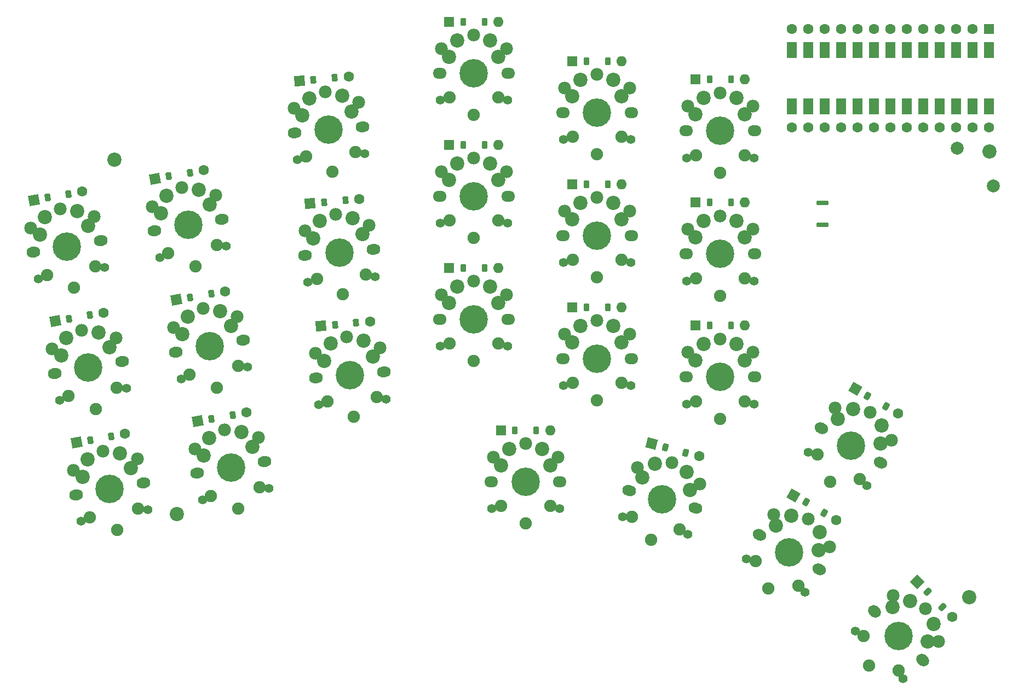
<source format=gbr>
%TF.GenerationSoftware,KiCad,Pcbnew,8.0.6*%
%TF.CreationDate,2025-05-26T15:16:57+09:00*%
%TF.ProjectId,hillside_speedrun,68696c6c-7369-4646-955f-737065656472,rev?*%
%TF.SameCoordinates,Original*%
%TF.FileFunction,Soldermask,Top*%
%TF.FilePolarity,Negative*%
%FSLAX46Y46*%
G04 Gerber Fmt 4.6, Leading zero omitted, Abs format (unit mm)*
G04 Created by KiCad (PCBNEW 8.0.6) date 2025-05-26 15:16:57*
%MOMM*%
%LPD*%
G01*
G04 APERTURE LIST*
G04 Aperture macros list*
%AMRoundRect*
0 Rectangle with rounded corners*
0 $1 Rounding radius*
0 $2 $3 $4 $5 $6 $7 $8 $9 X,Y pos of 4 corners*
0 Add a 4 corners polygon primitive as box body*
4,1,4,$2,$3,$4,$5,$6,$7,$8,$9,$2,$3,0*
0 Add four circle primitives for the rounded corners*
1,1,$1+$1,$2,$3*
1,1,$1+$1,$4,$5*
1,1,$1+$1,$6,$7*
1,1,$1+$1,$8,$9*
0 Add four rect primitives between the rounded corners*
20,1,$1+$1,$2,$3,$4,$5,0*
20,1,$1+$1,$4,$5,$6,$7,0*
20,1,$1+$1,$6,$7,$8,$9,0*
20,1,$1+$1,$8,$9,$2,$3,0*%
%AMHorizOval*
0 Thick line with rounded ends*
0 $1 width*
0 $2 $3 position (X,Y) of the first rounded end (center of the circle)*
0 $4 $5 position (X,Y) of the second rounded end (center of the circle)*
0 Add line between two ends*
20,1,$1,$2,$3,$4,$5,0*
0 Add two circle primitives to create the rounded ends*
1,1,$1,$2,$3*
1,1,$1,$4,$5*%
%AMRotRect*
0 Rectangle, with rotation*
0 The origin of the aperture is its center*
0 $1 length*
0 $2 width*
0 $3 Rotation angle, in degrees counterclockwise*
0 Add horizontal line*
21,1,$1,$2,0,0,$3*%
%AMFreePoly0*
4,1,6,0.500000,-0.750000,-0.650000,-0.750000,-0.150000,0.000000,-0.650000,0.750000,0.500000,0.750000,0.500000,-0.750000,0.500000,-0.750000,$1*%
%AMFreePoly1*
4,1,6,1.000000,0.000000,0.500000,-0.750000,-0.500000,-0.750000,-0.500000,0.750000,0.500000,0.750000,1.000000,0.000000,1.000000,0.000000,$1*%
G04 Aperture macros list end*
%ADD10FreePoly0,90.000000*%
%ADD11FreePoly0,270.000000*%
%ADD12FreePoly1,270.000000*%
%ADD13C,1.600000*%
%ADD14R,1.600000X1.600000*%
%ADD15FreePoly1,90.000000*%
%ADD16HorizOval,1.701800X-0.209201X-0.018303X0.209201X0.018303X0*%
%ADD17C,4.400000*%
%ADD18C,2.200000*%
%ADD19C,1.970000*%
%ADD20C,1.900000*%
%ADD21RotRect,1.600000X1.600000X95.000000*%
%ADD22RoundRect,0.225000X-0.191460X-0.393183X0.256827X-0.353963X0.191460X0.393183X-0.256827X0.353963X0*%
%ADD23C,1.400000*%
%ADD24HorizOval,1.600000X0.000000X0.000000X0.000000X0.000000X0*%
%ADD25HorizOval,1.701800X-0.206810X-0.036466X0.206810X0.036466X0*%
%ADD26RotRect,1.600000X1.600000X100.000000*%
%ADD27RoundRect,0.225000X-0.156464X-0.408374X0.286700X-0.330232X0.156464X0.408374X-0.286700X0.330232X0*%
%ADD28HorizOval,1.600000X0.000000X0.000000X0.000000X0.000000X0*%
%ADD29HorizOval,1.701800X-0.148492X0.148492X0.148492X-0.148492X0*%
%ADD30RotRect,1.600000X1.600000X45.000000*%
%ADD31RoundRect,0.225000X-0.424264X-0.106066X-0.106066X-0.424264X0.424264X0.106066X0.106066X0.424264X0*%
%ADD32HorizOval,1.600000X0.000000X0.000000X0.000000X0.000000X0*%
%ADD33HorizOval,1.701800X-0.181865X0.105000X0.181865X-0.105000X0*%
%ADD34RotRect,1.600000X1.600000X60.000000*%
%ADD35RoundRect,0.225000X-0.382356X-0.212260X0.007356X-0.437260X0.382356X0.212260X-0.007356X0.437260X0*%
%ADD36HorizOval,1.600000X0.000000X0.000000X0.000000X0.000000X0*%
%ADD37HorizOval,1.701800X-0.202844X0.054352X0.202844X-0.054352X0*%
%ADD38RotRect,1.600000X1.600000X75.000000*%
%ADD39RoundRect,0.225000X-0.314390X-0.303988X0.120276X-0.420456X0.314390X0.303988X-0.120276X0.420456X0*%
%ADD40HorizOval,1.600000X0.000000X0.000000X0.000000X0.000000X0*%
%ADD41O,2.121800X1.701800*%
%ADD42RoundRect,0.225000X-0.225000X-0.375000X0.225000X-0.375000X0.225000X0.375000X-0.225000X0.375000X0*%
%ADD43O,1.600000X1.600000*%
%ADD44RoundRect,0.170000X-0.780000X0.170000X-0.780000X-0.170000X0.780000X-0.170000X0.780000X0.170000X0*%
%ADD45C,0.700000*%
%ADD46C,2.000000*%
G04 APERTURE END LIST*
%TO.C,U101*%
G36*
X175642000Y-44475350D02*
G01*
X174142000Y-44475350D01*
X174142000Y-42025350D01*
X175642000Y-42025350D01*
X175642000Y-44475350D01*
G37*
G36*
X175642000Y-35765350D02*
G01*
X174142000Y-35765350D01*
X174142000Y-33315350D01*
X175642000Y-33315350D01*
X175642000Y-35765350D01*
G37*
G36*
X173102000Y-44475350D02*
G01*
X171602000Y-44475350D01*
X171602000Y-42025350D01*
X173102000Y-42025350D01*
X173102000Y-44475350D01*
G37*
G36*
X173102000Y-35765350D02*
G01*
X171602000Y-35765350D01*
X171602000Y-33315350D01*
X173102000Y-33315350D01*
X173102000Y-35765350D01*
G37*
G36*
X170562000Y-44475350D02*
G01*
X169062000Y-44475350D01*
X169062000Y-42025350D01*
X170562000Y-42025350D01*
X170562000Y-44475350D01*
G37*
G36*
X170562000Y-35765350D02*
G01*
X169062000Y-35765350D01*
X169062000Y-33315350D01*
X170562000Y-33315350D01*
X170562000Y-35765350D01*
G37*
G36*
X168022000Y-44475350D02*
G01*
X166522000Y-44475350D01*
X166522000Y-42025350D01*
X168022000Y-42025350D01*
X168022000Y-44475350D01*
G37*
G36*
X168022000Y-35765350D02*
G01*
X166522000Y-35765350D01*
X166522000Y-33315350D01*
X168022000Y-33315350D01*
X168022000Y-35765350D01*
G37*
G36*
X165482000Y-44475350D02*
G01*
X163982000Y-44475350D01*
X163982000Y-42025350D01*
X165482000Y-42025350D01*
X165482000Y-44475350D01*
G37*
G36*
X165482000Y-35765350D02*
G01*
X163982000Y-35765350D01*
X163982000Y-33315350D01*
X165482000Y-33315350D01*
X165482000Y-35765350D01*
G37*
G36*
X162942000Y-44475350D02*
G01*
X161442000Y-44475350D01*
X161442000Y-42025350D01*
X162942000Y-42025350D01*
X162942000Y-44475350D01*
G37*
G36*
X162942000Y-35765350D02*
G01*
X161442000Y-35765350D01*
X161442000Y-33315350D01*
X162942000Y-33315350D01*
X162942000Y-35765350D01*
G37*
G36*
X160402000Y-44475350D02*
G01*
X158902000Y-44475350D01*
X158902000Y-42025350D01*
X160402000Y-42025350D01*
X160402000Y-44475350D01*
G37*
G36*
X160402000Y-35765350D02*
G01*
X158902000Y-35765350D01*
X158902000Y-33315350D01*
X160402000Y-33315350D01*
X160402000Y-35765350D01*
G37*
G36*
X157862000Y-44475350D02*
G01*
X156362000Y-44475350D01*
X156362000Y-42025350D01*
X157862000Y-42025350D01*
X157862000Y-44475350D01*
G37*
G36*
X157862000Y-35765350D02*
G01*
X156362000Y-35765350D01*
X156362000Y-33315350D01*
X157862000Y-33315350D01*
X157862000Y-35765350D01*
G37*
G36*
X155322000Y-44475350D02*
G01*
X153822000Y-44475350D01*
X153822000Y-42025350D01*
X155322000Y-42025350D01*
X155322000Y-44475350D01*
G37*
G36*
X155322000Y-35765350D02*
G01*
X153822000Y-35765350D01*
X153822000Y-33315350D01*
X155322000Y-33315350D01*
X155322000Y-35765350D01*
G37*
G36*
X152782000Y-44475350D02*
G01*
X151282000Y-44475350D01*
X151282000Y-42025350D01*
X152782000Y-42025350D01*
X152782000Y-44475350D01*
G37*
G36*
X152782000Y-35765350D02*
G01*
X151282000Y-35765350D01*
X151282000Y-33315350D01*
X152782000Y-33315350D01*
X152782000Y-35765350D01*
G37*
G36*
X150242000Y-44475350D02*
G01*
X148742000Y-44475350D01*
X148742000Y-42025350D01*
X150242000Y-42025350D01*
X150242000Y-44475350D01*
G37*
G36*
X150242000Y-35765350D02*
G01*
X148742000Y-35765350D01*
X148742000Y-33315350D01*
X150242000Y-33315350D01*
X150242000Y-35765350D01*
G37*
G36*
X147702000Y-44475350D02*
G01*
X146202000Y-44475350D01*
X146202000Y-42025350D01*
X147702000Y-42025350D01*
X147702000Y-44475350D01*
G37*
G36*
X147702000Y-35765350D02*
G01*
X146202000Y-35765350D01*
X146202000Y-33315350D01*
X147702000Y-33315350D01*
X147702000Y-35765350D01*
G37*
G36*
X145162000Y-44475350D02*
G01*
X143662000Y-44475350D01*
X143662000Y-42025350D01*
X145162000Y-42025350D01*
X145162000Y-44475350D01*
G37*
G36*
X145162000Y-35765350D02*
G01*
X143662000Y-35765350D01*
X143662000Y-33315350D01*
X145162000Y-33315350D01*
X145162000Y-35765350D01*
G37*
%TD*%
D10*
%TO.C,U101*%
X172352000Y-42525350D03*
X169812000Y-42525350D03*
X167272000Y-42525350D03*
X164732000Y-42525350D03*
X162192000Y-42525350D03*
X159652000Y-42525350D03*
X157112000Y-42525350D03*
X154572000Y-42525350D03*
X152032000Y-42525350D03*
X149492000Y-42525350D03*
X146952000Y-42525350D03*
X144412000Y-42525350D03*
D11*
X144412000Y-35265350D03*
X146952000Y-35265350D03*
X149492000Y-35265350D03*
X152032000Y-35265350D03*
X154572000Y-35265350D03*
X157112000Y-35265350D03*
X159652000Y-35265350D03*
X162192000Y-35265350D03*
X164732000Y-35265350D03*
X167272000Y-35265350D03*
X169812000Y-35265350D03*
X172352000Y-35265350D03*
X174892000Y-35265350D03*
D10*
X174892000Y-42525350D03*
D12*
X144412000Y-33815350D03*
D13*
X144412000Y-31275350D03*
D12*
X146952000Y-33815350D03*
D13*
X146952000Y-31275350D03*
D12*
X149492000Y-33815350D03*
D13*
X149492000Y-31275350D03*
D12*
X152032000Y-33815350D03*
D13*
X152032000Y-31275350D03*
D12*
X154572000Y-33815350D03*
D13*
X154572000Y-31275350D03*
D12*
X157112000Y-33815350D03*
D13*
X157112000Y-31275350D03*
D12*
X159652000Y-33815350D03*
D13*
X159652000Y-31275350D03*
D12*
X162192000Y-33815350D03*
D13*
X162192000Y-31275350D03*
D12*
X164732000Y-33815350D03*
D13*
X164732000Y-31275350D03*
D12*
X167272000Y-33815350D03*
D13*
X167272000Y-31275350D03*
D12*
X169812000Y-33815350D03*
D13*
X169812000Y-31275350D03*
D12*
X172352000Y-33815350D03*
D13*
X172352000Y-31275350D03*
D12*
X174892000Y-33815350D03*
D14*
X174892000Y-31275350D03*
D13*
X174892000Y-46515350D03*
D15*
X174892000Y-43975350D03*
D13*
X172352000Y-46515350D03*
D15*
X172352000Y-43975350D03*
D13*
X169812000Y-46515350D03*
D15*
X169812000Y-43975350D03*
D13*
X167272000Y-46515350D03*
D15*
X167272000Y-43975350D03*
D13*
X164732000Y-46515350D03*
D15*
X164732000Y-43975350D03*
D13*
X162192000Y-46515350D03*
D15*
X162192000Y-43975350D03*
D13*
X159652000Y-46515350D03*
D15*
X159652000Y-43975350D03*
D13*
X157112000Y-46515350D03*
D15*
X157112000Y-43975350D03*
D13*
X154572000Y-46515350D03*
D15*
X154572000Y-43975350D03*
D13*
X152032000Y-46515350D03*
D15*
X152032000Y-43975350D03*
D13*
X149492000Y-46515350D03*
D15*
X149492000Y-43975350D03*
D13*
X146952000Y-46515350D03*
D15*
X146952000Y-43975350D03*
D13*
X144412000Y-46515350D03*
D15*
X144412000Y-43975350D03*
%TD*%
D16*
%TO.C,SW21*%
X67496313Y-47353219D03*
D17*
X72766183Y-46892165D03*
D16*
X78036053Y-46431111D03*
D18*
X69793097Y-42052872D03*
D19*
X72251964Y-41014616D03*
D20*
X73332695Y-53367431D03*
D18*
X74853766Y-41610120D03*
D21*
X68277793Y-39304481D03*
D22*
X70429574Y-39116224D03*
D23*
X67932101Y-51531136D03*
D19*
X67454018Y-43542404D03*
D18*
X68749306Y-44693894D03*
D20*
X69311835Y-51008897D03*
D22*
X73717016Y-38828610D03*
D20*
X76882915Y-50346513D03*
D24*
X75868797Y-38640354D03*
D18*
X76340309Y-44029767D03*
D19*
X77415965Y-42670846D03*
D23*
X78332373Y-50621230D03*
%TD*%
D25*
%TO.C,SW16*%
X45866037Y-62552693D03*
D17*
X51075670Y-61634094D03*
D25*
X56285303Y-60715495D03*
D18*
X47692126Y-57072337D03*
D19*
X50051146Y-55823728D03*
D20*
X52204383Y-68035344D03*
D18*
X52694949Y-56190204D03*
D26*
X45943049Y-54466472D03*
D27*
X48070234Y-54091392D03*
D23*
X46664296Y-66676730D03*
D19*
X45491768Y-58760065D03*
D18*
X46882486Y-59794282D03*
D20*
X47993264Y-66036227D03*
D27*
X51320100Y-53518353D03*
D20*
X55477803Y-64716500D03*
D28*
X53447285Y-53143273D03*
D18*
X54386721Y-58471083D03*
D19*
X55339846Y-57023584D03*
D23*
X56945689Y-64863843D03*
%TD*%
D25*
%TO.C,SW15*%
X27105450Y-65860691D03*
D17*
X32315083Y-64942092D03*
D25*
X37524716Y-64023493D03*
D18*
X28931539Y-60380335D03*
D19*
X31290559Y-59131726D03*
D20*
X33443796Y-71343342D03*
D18*
X33934362Y-59498202D03*
D26*
X27182462Y-57774470D03*
D27*
X29309647Y-57399390D03*
D23*
X27903709Y-69984728D03*
D19*
X26731181Y-62068063D03*
D18*
X28121899Y-63102280D03*
D20*
X29232677Y-69344225D03*
D27*
X32559513Y-56826351D03*
D20*
X36717216Y-68024498D03*
D28*
X34686698Y-56451271D03*
D18*
X35626134Y-61779081D03*
D19*
X36579259Y-60331582D03*
D23*
X38185102Y-68171841D03*
%TD*%
D16*
%TO.C,SW23*%
X70816947Y-85308237D03*
D17*
X76086817Y-84847183D03*
D16*
X81356687Y-84386129D03*
D18*
X73113731Y-80007890D03*
D19*
X75572598Y-78969634D03*
D20*
X76653329Y-91322449D03*
D18*
X78174400Y-79565138D03*
D21*
X71598427Y-77259499D03*
D22*
X73750208Y-77071242D03*
D23*
X71252735Y-89486154D03*
D19*
X70774652Y-81497422D03*
D18*
X72069940Y-82648912D03*
D20*
X72632469Y-88963915D03*
D22*
X77037650Y-76783628D03*
D20*
X80203549Y-88301531D03*
D24*
X79189431Y-76595372D03*
D18*
X79660943Y-81984785D03*
D19*
X80736599Y-80625864D03*
D23*
X81653007Y-88576248D03*
%TD*%
D16*
%TO.C,SW22*%
X69156630Y-66330728D03*
D17*
X74426500Y-65869674D03*
D16*
X79696370Y-65408620D03*
D18*
X71453414Y-61030381D03*
D19*
X73912281Y-59992125D03*
D20*
X74993012Y-72344940D03*
D18*
X76514083Y-60587629D03*
D21*
X69938110Y-58281990D03*
D22*
X72089891Y-58093733D03*
D23*
X69592418Y-70508645D03*
D19*
X69114335Y-62519913D03*
D18*
X70409623Y-63671403D03*
D20*
X70972152Y-69986406D03*
D22*
X75377333Y-57806119D03*
D20*
X78543232Y-69324022D03*
D24*
X77529114Y-57617863D03*
D18*
X78000626Y-63007276D03*
D19*
X79076282Y-61648355D03*
D23*
X79992690Y-69598739D03*
%TD*%
D25*
%TO.C,SW20*%
X52482033Y-100073868D03*
D17*
X57691666Y-99155269D03*
D25*
X62901299Y-98236670D03*
D18*
X54308122Y-94593512D03*
D19*
X56667142Y-93344903D03*
D20*
X58820379Y-105556519D03*
D18*
X59310945Y-93711379D03*
D26*
X52559045Y-91987647D03*
D27*
X54686230Y-91612567D03*
D23*
X53280292Y-104197905D03*
D19*
X52107764Y-96281240D03*
D18*
X53498482Y-97315457D03*
D20*
X54609260Y-103557402D03*
D27*
X57936096Y-91039528D03*
D20*
X62093799Y-102237675D03*
D28*
X60063281Y-90664448D03*
D18*
X61002717Y-95992258D03*
D19*
X61955842Y-94544759D03*
D23*
X63561685Y-102385018D03*
%TD*%
D25*
%TO.C,SW19*%
X33721445Y-103381866D03*
D17*
X38931078Y-102463267D03*
D25*
X44140711Y-101544668D03*
D18*
X35547534Y-97901510D03*
D19*
X37906554Y-96652901D03*
D20*
X40059791Y-108864517D03*
D18*
X40550357Y-97019377D03*
D26*
X33798457Y-95295645D03*
D27*
X35925642Y-94920565D03*
D23*
X34519704Y-107505903D03*
D19*
X33347176Y-99589238D03*
D18*
X34737894Y-100623455D03*
D20*
X35848672Y-106865400D03*
D27*
X39175508Y-94347526D03*
D20*
X43333211Y-105545673D03*
D28*
X41302693Y-93972446D03*
D18*
X42242129Y-99300256D03*
D19*
X43195254Y-97852757D03*
D23*
X44801097Y-105693016D03*
%TD*%
D25*
%TO.C,SW18*%
X49174035Y-81313281D03*
D17*
X54383668Y-80394682D03*
D25*
X59593301Y-79476083D03*
D18*
X51000124Y-75832925D03*
D19*
X53359144Y-74584316D03*
D20*
X55512381Y-86795932D03*
D18*
X56002947Y-74950792D03*
D26*
X49251047Y-73227060D03*
D27*
X51378232Y-72851980D03*
D23*
X49972294Y-85437318D03*
D19*
X48799766Y-77520653D03*
D18*
X50190484Y-78554870D03*
D20*
X51301262Y-84796815D03*
D27*
X54628098Y-72278941D03*
D20*
X58785801Y-83477088D03*
D28*
X56755283Y-71903861D03*
D18*
X57694719Y-77231671D03*
D19*
X58647844Y-75784172D03*
D23*
X60253687Y-83624431D03*
%TD*%
D25*
%TO.C,SW17*%
X30413447Y-84621279D03*
D17*
X35623080Y-83702680D03*
D25*
X40832713Y-82784081D03*
D18*
X32239536Y-79140923D03*
D19*
X34598556Y-77892314D03*
D20*
X36751793Y-90103930D03*
D18*
X37242359Y-78258790D03*
D26*
X30490459Y-76535058D03*
D27*
X32617644Y-76159978D03*
D23*
X31211706Y-88745316D03*
D19*
X30039178Y-80828651D03*
D18*
X31429896Y-81862868D03*
D20*
X32540674Y-88104813D03*
D27*
X35867510Y-75586939D03*
D20*
X40025213Y-86785086D03*
D28*
X37994695Y-75211859D03*
D18*
X38934131Y-80539669D03*
D19*
X39887256Y-79092170D03*
D23*
X41493099Y-86932429D03*
%TD*%
D29*
%TO.C,SW14*%
X157163649Y-121486161D03*
D17*
X160904244Y-125226756D03*
D29*
X164644839Y-128967351D03*
D18*
X162700295Y-119838602D03*
D19*
X165076174Y-121054826D03*
D20*
X156308050Y-129822950D03*
D18*
X166292398Y-123430705D03*
D30*
X163831666Y-116911180D03*
D31*
X165359017Y-118438531D03*
D23*
X154243298Y-124505507D03*
D19*
X160055716Y-119004216D03*
D18*
X160006218Y-120736628D03*
D20*
X155530232Y-125226756D03*
D31*
X167692469Y-120771983D03*
D20*
X160904244Y-130600768D03*
D32*
X169219820Y-122299334D03*
D18*
X165394372Y-126124782D03*
D19*
X167126784Y-126075284D03*
D23*
X161625493Y-131887702D03*
%TD*%
D33*
%TO.C,SW13*%
X139436726Y-109624485D03*
D17*
X144018000Y-112269485D03*
D33*
X148599274Y-114914485D03*
D18*
X144358295Y-106600076D03*
D19*
X146968000Y-107159935D03*
D20*
X140768000Y-117898650D03*
D18*
X148757705Y-109140076D03*
D34*
X144693443Y-103479583D03*
D35*
X146564058Y-104559583D03*
D23*
X137397347Y-113296792D03*
D19*
X141587873Y-106478588D03*
D18*
X141988443Y-108164780D03*
D20*
X138827103Y-113660382D03*
D35*
X149421942Y-106209583D03*
D20*
X145408897Y-117460382D03*
D36*
X151292557Y-107289583D03*
D18*
X148587557Y-111974780D03*
D19*
X150248127Y-111478588D03*
D23*
X146438653Y-118516792D03*
%TD*%
D33*
%TO.C,SW12*%
X148961726Y-93126701D03*
D17*
X153543000Y-95771701D03*
D33*
X158124274Y-98416701D03*
D18*
X153883295Y-90102292D03*
D19*
X156493000Y-90662151D03*
D20*
X150293000Y-101400866D03*
D18*
X158282705Y-92642292D03*
D34*
X154218443Y-86981799D03*
D35*
X156089058Y-88061799D03*
D23*
X146922347Y-96799008D03*
D19*
X151112873Y-89980804D03*
D18*
X151513443Y-91666996D03*
D20*
X148352103Y-97162598D03*
D35*
X158946942Y-89711799D03*
D20*
X154933897Y-100962598D03*
D36*
X160817557Y-90791799D03*
D18*
X158112557Y-95476996D03*
D19*
X159773127Y-94980804D03*
D23*
X155963653Y-102019008D03*
%TD*%
D37*
%TO.C,SW11*%
X119243804Y-102755051D03*
D17*
X124353552Y-104124204D03*
D37*
X129463300Y-105493357D03*
D18*
X123214901Y-98559900D03*
D19*
X125880584Y-98425242D03*
D20*
X122671228Y-110402722D03*
D18*
X128121804Y-99874701D03*
D38*
X122730986Y-95458993D03*
D39*
X124817386Y-96018042D03*
D23*
X118224379Y-106830057D03*
D19*
X120507435Y-99159591D03*
D18*
X121330775Y-100684652D03*
D20*
X119699521Y-106811210D03*
D39*
X128004941Y-96872145D03*
D20*
X127040558Y-108778235D03*
D40*
X130091341Y-97431194D03*
D18*
X128691130Y-102656853D03*
D19*
X130166694Y-101747781D03*
D23*
X128308645Y-109532128D03*
%TD*%
D41*
%TO.C,SW10*%
X97961000Y-101346000D03*
D17*
X103251000Y-101346000D03*
D41*
X108541000Y-101346000D03*
D18*
X100711000Y-96266000D03*
D19*
X103251000Y-95446000D03*
D20*
X103251000Y-107846000D03*
D18*
X105791000Y-96266000D03*
D14*
X99441000Y-93396000D03*
D42*
X101601000Y-93396000D03*
D23*
X98031000Y-105546000D03*
D19*
X98251000Y-97546000D03*
D18*
X99441000Y-98806000D03*
D20*
X99451000Y-105146000D03*
D42*
X104901000Y-93396000D03*
D20*
X107051000Y-105146000D03*
D43*
X107061000Y-93396000D03*
D18*
X107061000Y-98806000D03*
D19*
X108251000Y-97546000D03*
D23*
X108471000Y-105546000D03*
%TD*%
D41*
%TO.C,SW9*%
X128060000Y-85153500D03*
D17*
X133350000Y-85153500D03*
D41*
X138640000Y-85153500D03*
D18*
X130810000Y-80073500D03*
D19*
X133350000Y-79253500D03*
D20*
X133350000Y-91653500D03*
D18*
X135890000Y-80073500D03*
D14*
X129540000Y-77203500D03*
D42*
X131700000Y-77203500D03*
D23*
X128130000Y-89353500D03*
D19*
X128350000Y-81353500D03*
D18*
X129540000Y-82613500D03*
D20*
X129550000Y-88953500D03*
D42*
X135000000Y-77203500D03*
D20*
X137150000Y-88953500D03*
D43*
X137160000Y-77203500D03*
D18*
X137160000Y-82613500D03*
D19*
X138350000Y-81353500D03*
D23*
X138570000Y-89353500D03*
%TD*%
D41*
%TO.C,SW8*%
X109010000Y-82296000D03*
D17*
X114300000Y-82296000D03*
D41*
X119590000Y-82296000D03*
D18*
X111760000Y-77216000D03*
D19*
X114300000Y-76396000D03*
D20*
X114300000Y-88796000D03*
D18*
X116840000Y-77216000D03*
D14*
X110490000Y-74346000D03*
D42*
X112650000Y-74346000D03*
D23*
X109080000Y-86496000D03*
D19*
X109300000Y-78496000D03*
D18*
X110490000Y-79756000D03*
D20*
X110500000Y-86096000D03*
D42*
X115950000Y-74346000D03*
D20*
X118100000Y-86096000D03*
D43*
X118110000Y-74346000D03*
D18*
X118110000Y-79756000D03*
D19*
X119300000Y-78496000D03*
D23*
X119520000Y-86496000D03*
%TD*%
D41*
%TO.C,SW7*%
X89960000Y-76200000D03*
D17*
X95250000Y-76200000D03*
D41*
X100540000Y-76200000D03*
D18*
X92710000Y-71120000D03*
D19*
X95250000Y-70300000D03*
D20*
X95250000Y-82700000D03*
D18*
X97790000Y-71120000D03*
D14*
X91440000Y-68250000D03*
D42*
X93600000Y-68250000D03*
D23*
X90030000Y-80400000D03*
D19*
X90250000Y-72400000D03*
D18*
X91440000Y-73660000D03*
D20*
X91450000Y-80000000D03*
D42*
X96900000Y-68250000D03*
D20*
X99050000Y-80000000D03*
D43*
X99060000Y-68250000D03*
D18*
X99060000Y-73660000D03*
D19*
X100250000Y-72400000D03*
D23*
X100470000Y-80400000D03*
%TD*%
D41*
%TO.C,SW6*%
X128060000Y-66103500D03*
D17*
X133350000Y-66103500D03*
D41*
X138640000Y-66103500D03*
D18*
X130810000Y-61023500D03*
D19*
X133350000Y-60203500D03*
D20*
X133350000Y-72603500D03*
D18*
X135890000Y-61023500D03*
D14*
X129540000Y-58153500D03*
D42*
X131700000Y-58153500D03*
D23*
X128130000Y-70303500D03*
D19*
X128350000Y-62303500D03*
D18*
X129540000Y-63563500D03*
D20*
X129550000Y-69903500D03*
D42*
X135000000Y-58153500D03*
D20*
X137150000Y-69903500D03*
D43*
X137160000Y-58153500D03*
D18*
X137160000Y-63563500D03*
D19*
X138350000Y-62303500D03*
D23*
X138570000Y-70303500D03*
%TD*%
D41*
%TO.C,SW5*%
X109010000Y-63246000D03*
D17*
X114300000Y-63246000D03*
D41*
X119590000Y-63246000D03*
D18*
X111760000Y-58166000D03*
D19*
X114300000Y-57346000D03*
D20*
X114300000Y-69746000D03*
D18*
X116840000Y-58166000D03*
D14*
X110490000Y-55296000D03*
D42*
X112650000Y-55296000D03*
D23*
X109080000Y-67446000D03*
D19*
X109300000Y-59446000D03*
D18*
X110490000Y-60706000D03*
D20*
X110500000Y-67046000D03*
D42*
X115950000Y-55296000D03*
D20*
X118100000Y-67046000D03*
D43*
X118110000Y-55296000D03*
D18*
X118110000Y-60706000D03*
D19*
X119300000Y-59446000D03*
D23*
X119520000Y-67446000D03*
%TD*%
D41*
%TO.C,SW4*%
X89960000Y-57150000D03*
D17*
X95250000Y-57150000D03*
D41*
X100540000Y-57150000D03*
D18*
X92710000Y-52070000D03*
D19*
X95250000Y-51250000D03*
D20*
X95250000Y-63650000D03*
D18*
X97790000Y-52070000D03*
D14*
X91440000Y-49200000D03*
D42*
X93600000Y-49200000D03*
D23*
X90030000Y-61350000D03*
D19*
X90250000Y-53350000D03*
D18*
X91440000Y-54610000D03*
D20*
X91450000Y-60950000D03*
D42*
X96900000Y-49200000D03*
D20*
X99050000Y-60950000D03*
D43*
X99060000Y-49200000D03*
D18*
X99060000Y-54610000D03*
D19*
X100250000Y-53350000D03*
D23*
X100470000Y-61350000D03*
%TD*%
D41*
%TO.C,SW3*%
X128060000Y-47053500D03*
D17*
X133350000Y-47053500D03*
D41*
X138640000Y-47053500D03*
D18*
X130810000Y-41973500D03*
D19*
X133350000Y-41153500D03*
D20*
X133350000Y-53553500D03*
D18*
X135890000Y-41973500D03*
D14*
X129540000Y-39103500D03*
D42*
X131700000Y-39103500D03*
D23*
X128130000Y-51253500D03*
D19*
X128350000Y-43253500D03*
D18*
X129540000Y-44513500D03*
D20*
X129550000Y-50853500D03*
D42*
X135000000Y-39103500D03*
D20*
X137150000Y-50853500D03*
D43*
X137160000Y-39103500D03*
D18*
X137160000Y-44513500D03*
D19*
X138350000Y-43253500D03*
D23*
X138570000Y-51253500D03*
%TD*%
D41*
%TO.C,SW2*%
X109010000Y-44196000D03*
D17*
X114300000Y-44196000D03*
D41*
X119590000Y-44196000D03*
D18*
X111760000Y-39116000D03*
D19*
X114300000Y-38296000D03*
D20*
X114300000Y-50696000D03*
D18*
X116840000Y-39116000D03*
D14*
X110490000Y-36246000D03*
D42*
X112650000Y-36246000D03*
D23*
X109080000Y-48396000D03*
D19*
X109300000Y-40396000D03*
D18*
X110490000Y-41656000D03*
D20*
X110500000Y-47996000D03*
D42*
X115950000Y-36246000D03*
D20*
X118100000Y-47996000D03*
D43*
X118110000Y-36246000D03*
D18*
X118110000Y-41656000D03*
D19*
X119300000Y-40396000D03*
D23*
X119520000Y-48396000D03*
%TD*%
D41*
%TO.C,SW1*%
X89960000Y-38100000D03*
D17*
X95250000Y-38100000D03*
D41*
X100540000Y-38100000D03*
D18*
X92710000Y-33020000D03*
D19*
X95250000Y-32200000D03*
D20*
X95250000Y-44600000D03*
D18*
X97790000Y-33020000D03*
D14*
X91440000Y-30150000D03*
D42*
X93600000Y-30150000D03*
D23*
X90030000Y-42300000D03*
D19*
X90250000Y-34300000D03*
D18*
X91440000Y-35560000D03*
D20*
X91450000Y-41900000D03*
D42*
X96900000Y-30150000D03*
D20*
X99050000Y-41900000D03*
D43*
X99060000Y-30150000D03*
D18*
X99060000Y-35560000D03*
D19*
X100250000Y-34300000D03*
D23*
X100470000Y-42300000D03*
%TD*%
D44*
%TO.C,MSW1*%
X149168000Y-58205350D03*
D45*
X149168000Y-58205350D03*
D44*
X149168000Y-61605350D03*
D45*
X149168000Y-61605350D03*
%TD*%
D46*
%TO.C,J2*%
X175584000Y-55587350D03*
%TD*%
%TO.C,J1*%
X169996000Y-49745350D03*
%TD*%
D18*
%TO.C,H4*%
X49346000Y-106387350D03*
%TD*%
%TO.C,H3*%
X39694000Y-51523350D03*
%TD*%
%TO.C,H2*%
X171831000Y-119253000D03*
%TD*%
%TO.C,H1*%
X175000866Y-50253350D03*
%TD*%
M02*

</source>
